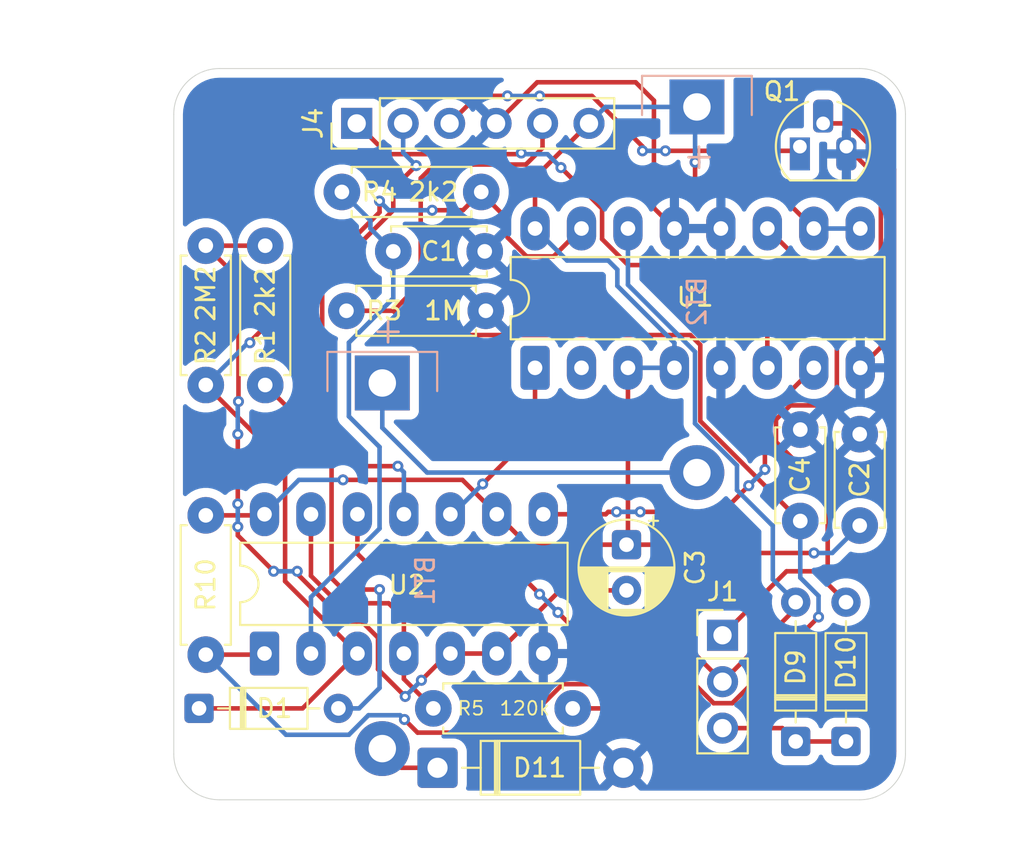
<source format=kicad_pcb>
(kicad_pcb (version 20241229) (generator "pcbnew") (generator_version "9.0")
  (layers (0 "F.Cu" signal) (2 "B.Cu" signal) (13 "F.Paste" user) (15 "B.Paste" user) (5 "F.SilkS" user "F.Silkscreen") (7 "B.SilkS" user "B.Silkscreen") (1 "F.Mask" user) (3 "B.Mask" user) (25 "Edge.Cuts" user))
  (net 0 "")
  (net 1 "Net-(BT1-+)")
  (net 2 "Net-(BT1--)")
  (net 3 "VCC")
  (net 4 "Net-(C1-Pad2)")
  (net 5 "SW_V1")
  (net 6 "Net-(C3-Pad2)")
  (net 7 "SW_V2")
  (net 8 "Net-(D1-K)")
  (net 9 "Net-(D1-A)")
  (net 10 "Net-(D10-K)")
  (net 11 "Net-(D9-A)")
  (net 12 "Net-(D10-A)")
  (net 13 "Net-(J4-Pin_1)")
  (net 14 "Net-(Q1-B)")
  (net 15 "Net-(R5-Pad1)")
  (net 17 "Net-(U1-Cout)")
  (net 18 "Net-(U1-PE)")
  (net 19 "Net-(J4-Pin_2)")
  (net 20 "Net-(J4-Pin_3)")
  (footprint "blinkyparts:R_Axial_DIN0207_L6.3mm_D2.5mm_P7.62mm_Horizontal_handsoldering" (layer "F.Cu") (at 109.19 81.75)
    (property "Reference" "R4" (at 2.06 0 0) (layer "F.SilkS"))
    (property "Value" "2k2" (at 5 0 0) (layer "F.SilkS"))
    (pad "1" thru_hole circle (at 0 0) (size 2 2) (drill 0.8) (layers "*.Cu" "*.Mask") (net 4 "Net-(C1-Pad2)"))
    (pad "2" thru_hole circle (at 7.62 0) (size 2 2) (drill 0.8) (layers "*.Cu" "*.Mask") (net 8 "Net-(D1-K)"))
  )
  (footprint "Package_TO_SOT_THT:TO-92_HandSolder" (layer "F.Cu") (at 134.23 79.27)
    (property "Reference" "Q1" (at -0.98 -3.02 0) (layer "F.SilkS"))
    (property "Value" "BC547")
    (pad "1" thru_hole rect (at 0 0) (size 1.1 1.8) (drill 0.75 (offset 0 0.4)) (layers "*.Cu" "*.Mask") (net 20 "Net-(J4-Pin_3)"))
    (pad "2" thru_hole roundrect (at 1.27 -1.27) (size 1.1 1.8) (drill 0.75 (offset 0 -0.4)) (layers "*.Cu" "*.Mask") (net 14 "Net-(Q1-B)"))
    (pad "3" thru_hole roundrect (at 2.54 0) (size 1.1 1.8) (drill 0.75 (offset 0 0.4)) (layers "*.Cu" "*.Mask") (net 5 "SW_V1"))
  )
  (footprint "Connector_PinHeader_2.54mm:PinHeader_1x06_P2.54mm_Vertical" (layer "F.Cu") (at 110 78 90)
    (property "Reference" "J4" (at 0 -2.38 90) (layer "F.SilkS"))
    (property "Value" "Conn_01x06")
    (pad "1" thru_hole rect (at 0 0 90) (size 1.7 1.7) (drill 1) (layers "*.Cu" "*.Mask") (net 13 "Net-(J4-Pin_1)"))
    (pad "2" thru_hole circle (at 0 2.54 90) (size 1.7 1.7) (drill 1) (layers "*.Cu" "*.Mask") (net 19 "Net-(J4-Pin_2)"))
    (pad "3" thru_hole circle (at 0 5.08 90) (size 1.7 1.7) (drill 1) (layers "*.Cu" "*.Mask") (net 20 "Net-(J4-Pin_3)"))
    (pad "4" thru_hole circle (at 0 7.62 90) (size 1.7 1.7) (drill 1) (layers "*.Cu" "*.Mask") (net 5 "SW_V1"))
    (pad "5" thru_hole circle (at 0 10.16 90) (size 1.7 1.7) (drill 1) (layers "*.Cu" "*.Mask") (net 7 "SW_V2"))
    (pad "6" thru_hole circle (at 0 12.7 90) (size 1.7 1.7) (drill 1) (layers "*.Cu" "*.Mask") (net 3 "VCC"))
  )
  (footprint "Connector_PinHeader_2.54mm:PinHeader_1x03_P2.54mm_Vertical" (layer "F.Cu") (at 130 106)
    (property "Reference" "J1" (at 0 -2.38 0) (layer "F.SilkS"))
    (property "Value" "Conn_01x03")
    (pad "1" thru_hole rect (at 0 0) (size 1.7 1.7) (drill 1) (layers "*.Cu" "*.Mask") (net 12 "Net-(D10-A)"))
    (pad "2" thru_hole circle (at 0 2.54) (size 1.7 1.7) (drill 1) (layers "*.Cu" "*.Mask") (net 11 "Net-(D9-A)"))
    (pad "3" thru_hole circle (at 0 5.08) (size 1.7 1.7) (drill 1) (layers "*.Cu" "*.Mask") (net 10 "Net-(D10-K)"))
  )
  (footprint "blinkyparts:C_Disc_D5.0mm_W2.5mm_P5.00mm_handsoldering" (layer "F.Cu") (at 117 85 180)
    (property "Reference" "C1" (at 2.5 0 0) (layer "F.SilkS"))
    (property "Value" "100nF")
    (pad "1" thru_hole circle (at 0 0 180) (size 2 2) (drill 0.8) (layers "*.Cu" "*.Mask") (net 5 "SW_V1"))
    (pad "2" thru_hole circle (at 5 0 180) (size 2 2) (drill 0.8) (layers "*.Cu" "*.Mask") (net 4 "Net-(C1-Pad2)"))
  )
  (footprint "Package_DIP:DIP-16_W7.62mm_LongPads" (layer "F.Cu") (at 119.75 91.37 90)
    (property "Reference" "U1" (at 3.87 8.75 180) (layer "F.SilkS"))
    (property "Value" "4029")
    (pad "1" thru_hole roundrect (at 0 0 90) (size 2.4 1.6) (drill 0.8) (layers "*.Cu" "*.Mask") (roundrect_rratio 0.15625) (net 18 "Net-(U1-PE)"))
    (pad "2" thru_hole oval (at 0 2.54 90) (size 2.4 1.6) (drill 0.8) (layers "*.Cu" "*.Mask"))
    (pad "3" thru_hole oval (at 0 5.08 90) (size 2.4 1.6) (drill 0.8) (layers "*.Cu" "*.Mask") (net 3 "VCC"))
    (pad "4" thru_hole oval (at 0 7.62 90) (size 2.4 1.6) (drill 0.8) (layers "*.Cu" "*.Mask") (net 3 "VCC"))
    (pad "5" thru_hole oval (at 0 10.16 90) (size 2.4 1.6) (drill 0.8) (layers "*.Cu" "*.Mask") (net 5 "SW_V1"))
    (pad "6" thru_hole oval (at 0 12.7 90) (size 2.4 1.6) (drill 0.8) (layers "*.Cu" "*.Mask") (net 13 "Net-(J4-Pin_1)"))
    (pad "7" thru_hole oval (at 0 15.24 90) (size 2.4 1.6) (drill 0.8) (layers "*.Cu" "*.Mask") (net 17 "Net-(U1-Cout)"))
    (pad "8" thru_hole oval (at 0 17.78 90) (size 2.4 1.6) (drill 0.8) (layers "*.Cu" "*.Mask") (net 5 "SW_V1"))
    (pad "9" thru_hole oval (at 7.62 17.78 90) (size 2.4 1.6) (drill 0.8) (layers "*.Cu" "*.Mask") (net 3 "VCC"))
    (pad "10" thru_hole oval (at 7.62 15.24 90) (size 2.4 1.6) (drill 0.8) (layers "*.Cu" "*.Mask") (net 3 "VCC"))
    (pad "11" thru_hole oval (at 7.62 12.7 90) (size 2.4 1.6) (drill 0.8) (layers "*.Cu" "*.Mask") (net 12 "Net-(D10-A)"))
    (pad "12" thru_hole oval (at 7.62 10.16 90) (size 2.4 1.6) (drill 0.8) (layers "*.Cu" "*.Mask") (net 5 "SW_V1"))
    (pad "13" thru_hole oval (at 7.62 7.62 90) (size 2.4 1.6) (drill 0.8) (layers "*.Cu" "*.Mask") (net 5 "SW_V1"))
    (pad "14" thru_hole oval (at 7.62 5.08 90) (size 2.4 1.6) (drill 0.8) (layers "*.Cu" "*.Mask") (net 11 "Net-(D9-A)"))
    (pad "15" thru_hole oval (at 7.62 2.54 90) (size 2.4 1.6) (drill 0.8) (layers "*.Cu" "*.Mask") (net 8 "Net-(D1-K)"))
    (pad "16" thru_hole oval (at 7.62 0 90) (size 2.4 1.6) (drill 0.8) (layers "*.Cu" "*.Mask") (net 3 "VCC"))
  )
  (footprint "Diode_THT:D_DO-41_SOD81_P10.16mm_Horizontal" (layer "F.Cu") (at 114.42 113.25)
    (property "Reference" "D11" (at 5.58 0 0) (layer "F.SilkS"))
    (property "Value" "1N4007")
    (pad "1" thru_hole roundrect (at 0 0) (size 2.2 2.2) (drill 1.1) (layers "*.Cu" "*.Mask") (roundrect_rratio 0.113636) (net 2 "Net-(BT1--)"))
    (pad "2" thru_hole circle (at 10.16 0) (size 2.2 2.2) (drill 1.1) (layers "*.Cu" "*.Mask") (net 5 "SW_V1"))
  )
  (footprint "Capacitor_THT:CP_Radial_D5.0mm_P2.50mm" (layer "F.Cu") (at 124.75 101.044887 -90)
    (property "Reference" "C3" (at 1.25 -3.75 90) (layer "F.SilkS"))
    (property "Value" "47uF")
    (pad "1" thru_hole roundrect (at 0 0 270) (size 1.6 1.6) (drill 0.8) (layers "*.Cu" "*.Mask") (roundrect_rratio 0.15625) (net 3 "VCC"))
    (pad "2" thru_hole circle (at 2.5 0 270) (size 1.6 1.6) (drill 0.8) (layers "*.Cu" "*.Mask") (net 6 "Net-(C3-Pad2)"))
  )
  (footprint "blinkyparts:R_Axial_DIN0207_L6.3mm_D2.5mm_P7.62mm_Horizontal_handsoldering" (layer "F.Cu") (at 101.75 92.31 90)
    (property "Reference" "R2" (at 2.06 0 90) (layer "F.SilkS"))
    (property "Value" "2M2" (at 5 0 90) (layer "F.SilkS"))
    (pad "1" thru_hole circle (at 0 0 90) (size 2 2) (drill 0.8) (layers "*.Cu" "*.Mask") (net 8 "Net-(D1-K)"))
    (pad "2" thru_hole circle (at 7.62 0 90) (size 2 2) (drill 0.8) (layers "*.Cu" "*.Mask") (net 6 "Net-(C3-Pad2)"))
  )
  (footprint "blinkyparts:R_Axial_DIN0207_L6.3mm_D2.5mm_P7.62mm_Horizontal_handsoldering" (layer "F.Cu") (at 117.06 88.25 180)
    (property "Reference" "R3" (at 5.56 0 0) (layer "F.SilkS"))
    (property "Value" "1M" (at 2.31 0 0) (layer "F.SilkS"))
    (pad "1" thru_hole circle (at 0 0 180) (size 2 2) (drill 0.8) (layers "*.Cu" "*.Mask") (net 5 "SW_V1"))
    (pad "2" thru_hole circle (at 7.62 0 180) (size 2 2) (drill 0.8) (layers "*.Cu" "*.Mask") (net 7 "SW_V2"))
  )
  (footprint "blinkyparts:R_Axial_DIN0207_L6.3mm_D2.5mm_P7.62mm_Horizontal_handsoldering" (layer "F.Cu") (at 105 92.31 90)
    (property "Reference" "R1" (at 2.06 0 90) (layer "F.SilkS"))
    (property "Value" "2k2" (at 5.06 0 90) (layer "F.SilkS"))
    (pad "1" thru_hole circle (at 0 0 90) (size 2 2) (drill 0.8) (layers "*.Cu" "*.Mask") (net 9 "Net-(D1-A)"))
    (pad "2" thru_hole circle (at 7.62 0 90) (size 2 2) (drill 0.8) (layers "*.Cu" "*.Mask") (net 6 "Net-(C3-Pad2)"))
  )
  (footprint "Diode_THT:D_DO-35_SOD27_P7.62mm_Horizontal" (layer "F.Cu") (at 101.38 110)
    (property "Reference" "D1" (at 4.12 0 0) (layer "F.SilkS"))
    (property "Value" "BAW76")
    (pad "1" thru_hole roundrect (at 0 0) (size 1.6 1.6) (drill 0.8) (layers "*.Cu" "*.Mask") (roundrect_rratio 0.15625) (net 8 "Net-(D1-K)"))
    (pad "2" thru_hole circle (at 7.62 0) (size 1.6 1.6) (drill 0.8) (layers "*.Cu" "*.Mask") (net 9 "Net-(D1-A)"))
  )
  (footprint "Diode_THT:D_DO-35_SOD27_P7.62mm_Horizontal" (layer "F.Cu") (at 134 111.81 90)
    (property "Reference" "D9" (at 4.06 0 90) (layer "F.SilkS"))
    (property "Value" "BAW76")
    (pad "1" thru_hole roundrect (at 0 0 90) (size 1.6 1.6) (drill 0.8) (layers "*.Cu" "*.Mask") (roundrect_rratio 0.15625) (net 10 "Net-(D10-K)"))
    (pad "2" thru_hole circle (at 7.62 0 90) (size 1.6 1.6) (drill 0.8) (layers "*.Cu" "*.Mask") (net 11 "Net-(D9-A)"))
  )
  (footprint "blinkyparts:C_Disc_D5.0mm_W2.5mm_P5.00mm_handsoldering" (layer "F.Cu") (at 137.5 95 -90)
    (property "Reference" "C2" (at 2.5 0 90) (layer "F.SilkS"))
    (property "Value" "100nF")
    (pad "1" thru_hole circle (at 0 0 270) (size 2 2) (drill 0.8) (layers "*.Cu" "*.Mask") (net 5 "SW_V1"))
    (pad "2" thru_hole circle (at 5 0 270) (size 2 2) (drill 0.8) (layers "*.Cu" "*.Mask") (net 3 "VCC"))
  )
  (footprint "Diode_THT:D_DO-35_SOD27_P7.62mm_Horizontal" (layer "F.Cu") (at 136.75 111.81 90)
    (property "Reference" "D10" (at 4.31 0 90) (layer "F.SilkS"))
    (property "Value" "BAW76")
    (pad "1" thru_hole roundrect (at 0 0 90) (size 1.6 1.6) (drill 0.8) (layers "*.Cu" "*.Mask") (roundrect_rratio 0.15625) (net 10 "Net-(D10-K)"))
    (pad "2" thru_hole circle (at 7.62 0 90) (size 1.6 1.6) (drill 0.8) (layers "*.Cu" "*.Mask") (net 12 "Net-(D10-A)"))
  )
  (footprint "blinkyparts:C_Disc_D5.0mm_W2.5mm_P5.00mm_handsoldering" (layer "F.Cu") (at 134.25 94.75 -90)
    (property "Reference" "C4" (at 2.5 0 90) (layer "F.SilkS"))
    (property "Value" "C")
    (pad "1" thru_hole circle (at 0 0 270) (size 2 2) (drill 0.8) (layers "*.Cu" "*.Mask") (net 5 "SW_V1"))
    (pad "2" thru_hole circle (at 5 0 270) (size 2 2) (drill 0.8) (layers "*.Cu" "*.Mask") (net 7 "SW_V2"))
  )
  (footprint "blinkyparts:R_Axial_DIN0207_L6.3mm_D2.5mm_P7.62mm_Horizontal_handsoldering" (layer "F.Cu") (at 114.19 110)
    (property "Reference" "R5" (at 2.06 0 0) (layer "F.SilkS") (effects (font (size 0.75 0.75) (thickness 0.1))))
    (property "Value" "120k" (at 5 0 0) (layer "F.SilkS") (effects (font (size 0.75 0.75) (thickness 0.1))))
    (pad "1" thru_hole circle (at 0 0) (size 2 2) (drill 0.8) (layers "*.Cu" "*.Mask") (net 15 "Net-(R5-Pad1)"))
    (pad "2" thru_hole circle (at 7.62 0) (size 2 2) (drill 0.8) (layers "*.Cu" "*.Mask") (net 14 "Net-(Q1-B)"))
  )
  (footprint "Package_DIP:DIP-14_W7.62mm_LongPads" (layer "F.Cu") (at 104.96 107 90)
    (property "Reference" "U2" (at 3.75 7.79 180) (layer "F.SilkS"))
    (property "Value" "4093")
    (pad "1" thru_hole roundrect (at 0 0 90) (size 2.4 1.6) (drill 0.8) (layers "*.Cu" "*.Mask") (roundrect_rratio 0.15625) (net 7 "SW_V2"))
    (pad "2" thru_hole oval (at 0 2.54 90) (size 2.4 1.6) (drill 0.8) (layers "*.Cu" "*.Mask") (net 4 "Net-(C1-Pad2)"))
    (pad "3" thru_hole oval (at 0 5.08 90) (size 2.4 1.6) (drill 0.8) (layers "*.Cu" "*.Mask") (net 8 "Net-(D1-K)"))
    (pad "4" thru_hole oval (at 0 7.62 90) (size 2.4 1.6) (drill 0.8) (layers "*.Cu" "*.Mask") (net 15 "Net-(R5-Pad1)"))
    (pad "5" thru_hole oval (at 0 10.16 90) (size 2.4 1.6) (drill 0.8) (layers "*.Cu" "*.Mask") (net 6 "Net-(C3-Pad2)"))
    (pad "6" thru_hole oval (at 0 12.7 90) (size 2.4 1.6) (drill 0.8) (layers "*.Cu" "*.Mask") (net 6 "Net-(C3-Pad2)"))
    (pad "7" thru_hole oval (at 0 15.24 90) (size 2.4 1.6) (drill 0.8) (layers "*.Cu" "*.Mask") (net 5 "SW_V1"))
    (pad "8" thru_hole oval (at 7.62 15.24 90) (size 2.4 1.6) (drill 0.8) (layers "*.Cu" "*.Mask") (net 17 "Net-(U1-Cout)"))
    (pad "9" thru_hole oval (at 7.62 12.7 90) (size 2.4 1.6) (drill 0.8) (layers "*.Cu" "*.Mask") (net 3 "VCC"))
    (pad "10" thru_hole oval (at 7.62 10.16 90) (size 2.4 1.6) (drill 0.8) (layers "*.Cu" "*.Mask") (net 18 "Net-(U1-PE)"))
    (pad "11" thru_hole oval (at 7.62 7.62 90) (size 2.4 1.6) (drill 0.8) (layers "*.Cu" "*.Mask") (net 19 "Net-(J4-Pin_2)"))
    (pad "12" thru_hole oval (at 7.62 5.08 90) (size 2.4 1.6) (drill 0.8) (layers "*.Cu" "*.Mask") (net 11 "Net-(D9-A)"))
    (pad "13" thru_hole oval (at 7.62 2.54 90) (size 2.4 1.6) (drill 0.8) (layers "*.Cu" "*.Mask") (net 15 "Net-(R5-Pad1)"))
    (pad "14" thru_hole oval (at 7.62 0 90) (size 2.4 1.6) (drill 0.8) (layers "*.Cu" "*.Mask") (net 3 "VCC"))
  )
  (footprint "blinkyparts:R_Axial_DIN0207_L6.3mm_D2.5mm_P7.62mm_Horizontal_handsoldering" (layer "F.Cu") (at 101.75 107.06 90)
    (property "Reference" "R10" (at 3.82 0 90) (layer "F.SilkS"))
    (property "Value" "R")
    (pad "1" thru_hole circle (at 0 0 90) (size 2 2) (drill 0.8) (layers "*.Cu" "*.Mask") (net 7 "SW_V2"))
    (pad "2" thru_hole circle (at 7.62 0 90) (size 2 2) (drill 0.8) (layers "*.Cu" "*.Mask") (net 3 "VCC"))
  )
  (footprint "blinkyparts:legislation_ce-icon_3mm_F.Mask" (layer "B.Cu") (at 131.75 100 180)
    (property "Reference" "ce-symbol_mask_3mm" (hide yes))
    (property "Value" "G***" (hide yes))
  )
  (footprint "blinkyparts:logo_blinkyparts_5mm_F.Mask" (layer "B.Cu") (at 106.5 76.75 180)
    (property "Reference" "blinkyparts_logo_5mm" (hide yes))
    (property "Value" "G***" (hide yes))
  )
  (footprint "blinkyparts:BatteryHolder_CR2032_schwarz" (layer "B.Cu") (at 128.6 77.1 -90)
    (property "Reference" "BT2" (at 10.650481 0 90) (layer "B.SilkS") (effects (justify mirror)))
    (property "Value" "Battery_Cell")
    (fp_text user "+" (at 2.749998 -0.000001 90) (layer "B.SilkS") (effects (font (size 1.5 1.5)) (justify mirror)))
    (pad "1" thru_hole rect (at 0 0 270) (size 3 3) (drill 1.5) (layers "*.Cu" "*.Mask") (net 3 "VCC"))
    (pad "2" thru_hole circle (at 20.000001 0.000001 270) (size 3 3) (drill 1.5) (layers "*.Cu" "*.Mask") (net 1 "Net-(BT1-+)"))
  )
  (footprint "blinkyparts:BatteryHolder_CR2032_schwarz" (layer "B.Cu") (at 111.4 92.2 -90)
    (property "Reference" "BT1" (at 10.8 -2.35 90) (layer "B.SilkS") (effects (justify mirror)))
    (property "Value" "Battery_Cell")
    (fp_text user "+" (at -2.8 -0.2 90) (layer "B.SilkS") (effects (font (size 1.5 1.5)) (justify mirror)))
    (pad "1" thru_hole rect (at 0 0 270) (size 3 3) (drill 1.5) (layers "*.Cu" "*.Mask") (net 1 "Net-(BT1-+)"))
    (pad "2" thru_hole circle (at 20 0 270) (size 3 3) (drill 1.5) (layers "*.Cu" "*.Mask") (net 2 "Net-(BT1--)"))
  )
  (footprint "blinkyparts:legislation_weee-icon_3mm_F.Mask" (layer "B.Cu") (at 133.875 86.571338 -90)
    (property "Reference" "weee-symbol_mask_3mm" (hide yes))
    (property "Value" "G***" (hide yes))
  )
  (gr_line (start 137.5 115) (end 102.5 115) (stroke (width 0.05)) (layer "Edge.Cuts"))
  (gr_arc (start 140 112.5) (mid 139.267767 114.267767) (end 137.5 115) (stroke (width 0.05)) (layer "Edge.Cuts"))
  (gr_arc (start 100 77.5) (mid 100.732233 75.732233) (end 102.5 75) (stroke (width 0.05)) (layer "Edge.Cuts"))
  (gr_line (start 137.5 75) (end 102.5 75) (stroke (width 0.05)) (layer "Edge.Cuts"))
  (gr_line (start 140 77.5) (end 140 112.5) (stroke (width 0.05)) (layer "Edge.Cuts"))
  (gr_arc (start 102.5 115) (mid 100.732233 114.267767) (end 100 112.5) (stroke (width 0.05)) (layer "Edge.Cuts"))
  (gr_arc (start 137.5 75) (mid 139.267767 75.732233) (end 140 77.5) (stroke (width 0.05)) (layer "Edge.Cuts"))
  (gr_line (start 100 77.5) (end 100 112.5) (stroke (width 0.05)) (layer "Edge.Cuts"))
  (segment (start 113.850001 97.100001) (end 111.4 94.65) (width 0.25) (layer "B.Cu") (net 1))
  (segment (start 111.4 94.65) (end 111.4 92.2) (width 0.25) (layer "B.Cu") (net 1))
  (segment (start 128.599999 97.100001) (end 113.850001 97.100001) (width 0.25) (layer "B.Cu") (net 1))
  (segment (start 112.45 113.25) (end 114.42 113.25) (width 0.25) (layer "F.Cu") (net 2))
  (segment (start 111.4 112.2) (end 112.45 113.25) (width 0.25) (layer "F.Cu") (net 2))
  (segment (start 122.7 78) (end 119.75 80.95) (width 0.25) (layer "F.Cu") (net 3))
  (segment (start 117.66 99.38) (end 115.78 97.5) (width 0.25) (layer "F.Cu") (net 3))
  (segment (start 101.75 99.44) (end 104.9 99.44) (width 0.25) (layer "F.Cu") (net 3))
  (segment (start 132.99 81.75) (end 129.25 81.75) (width 0.25) (layer "F.Cu") (net 3))
  (segment (start 128.5 81) (end 128.5 80.125) (width 0.25) (layer "F.Cu") (net 3))
  (segment (start 124.75 101.044887) (end 119.324887 101.044887) (width 0.25) (layer "F.Cu") (net 3))
  (segment (start 135 101.5) (end 127.75 101.5) (width 0.25) (layer "F.Cu") (net 3))
  (segment (start 115.78 97.5) (end 109.251 97.5) (width 0.25) (layer "F.Cu") (net 3))
  (segment (start 119.324887 101.044887) (end 117.66 99.38) (width 0.25) (layer "F.Cu") (net 3))
  (segment (start 124.75 101) (end 124.83 100.92) (width 0.25) (layer "F.Cu") (net 3))
  (segment (start 127.75 101.5) (end 127.25 101) (width 0.25) (layer "F.Cu") (net 3))
  (segment (start 127.25 101) (end 127.205113 101.044887) (width 0.25) (layer "F.Cu") (net 3))
  (segment (start 129.25 81.75) (end 128.5 81) (width 0.25) (layer "F.Cu") (net 3))
  (segment (start 119.75 80.95) (end 119.75 83.75) (width 0.25) (layer "F.Cu") (net 3))
  (segment (start 127.205113 101.044887) (end 124.75 101.044887) (width 0.25) (layer "F.Cu") (net 3))
  (segment (start 124.75 101.044887) (end 124.75 101) (width 0.25) (layer "F.Cu") (net 3))
  (segment (start 104.9 99.44) (end 104.96 99.38) (width 0.25) (layer "F.Cu") (net 3))
  (segment (start 124.83 100.92) (end 124.83 91.37) (width 0.25) (layer "F.Cu") (net 3))
  (segment (start 134.99 83.75) (end 132.99 81.75) (width 0.25) (layer "F.Cu") (net 3))
  (via (at 135 101.5) (size 0.6) (drill 0.3) (layers "F.Cu" "B.Cu") (net 3))
  (via (at 109.251 97.5) (size 0.6) (drill 0.3) (layers "F.Cu" "B.Cu") (net 3))
  (via (at 128.5 80.125) (size 0.6) (drill 0.3) (layers "F.Cu" "B.Cu") (net 3))
  (segment (start 135 101.5) (end 136 101.5) (width 0.25) (layer "B.Cu") (net 3))
  (segment (start 124.25 86) (end 124.25 86.88781) (width 0.25) (layer "B.Cu") (net 3))
  (segment (start 109.251 97.5) (end 106.84 97.5) (width 0.25) (layer "B.Cu") (net 3))
  (segment (start 134.99 83.75) (end 137.53 83.75) (width 0.25) (layer "B.Cu") (net 3))
  (segment (start 124.83 91.37) (end 127.37 91.37) (width 0.25) (layer "B.Cu") (net 3))
  (segment (start 136 101.5) (end 137.5 100) (width 0.25) (layer "B.Cu") (net 3))
  (segment (start 121.5 85.5) (end 123.75 85.5) (width 0.25) (layer "B.Cu") (net 3))
  (segment (start 128.5 77.2) (end 128.6 77.1) (width 0.25) (layer "B.Cu") (net 3))
  (segment (start 106.84 97.5) (end 104.96 99.38) (width 0.25) (layer "B.Cu") (net 3))
  (segment (start 123.75 85.5) (end 124.25 86) (width 0.25) (layer "B.Cu") (net 3))
  (segment (start 119.75 83.75) (end 121.5 85.5) (width 0.25) (layer "B.Cu") (net 3))
  (segment (start 128.5 80.125) (end 128.5 77.2) (width 0.25) (layer "B.Cu") (net 3))
  (segment (start 127.37 90.00781) (end 127.37 91.37) (width 0.25) (layer "B.Cu") (net 3))
  (segment (start 128.6 77.1) (end 123.6 77.1) (width 0.25) (layer "B.Cu") (net 3))
  (segment (start 124.25 86.88781) (end 127.37 90.00781) (width 0.25) (layer "B.Cu") (net 3))
  (segment (start 123.6 77.1) (end 122.7 78) (width 0.25) (layer "B.Cu") (net 3))
  (segment (start 134.99 83.49) (end 134.99 83.75) (width 0.25) (layer "B.Cu") (net 3))
  (segment (start 112 84.56) (end 112 85) (width 0.25) (layer "F.Cu") (net 4))
  (segment (start 112 87.565248) (end 112 85) (width 0.25) (layer "B.Cu") (net 4))
  (segment (start 107.5 107) (end 107.5 103.912404) (width 0.25) (layer "B.Cu") (net 4))
  (segment (start 110.75 83.31) (end 110.75 83.75) (width 0.25) (layer "B.Cu") (net 4))
  (segment (start 112 85) (end 110.75 83.75) (width 0.25) (layer "B.Cu") (net 4))
  (segment (start 109.19 81.75) (end 110.75 83.31) (width 0.25) (layer "B.Cu") (net 4))
  (segment (start 111.25 100.162404) (end 111.25 95.702) (width 0.25) (layer "B.Cu") (net 4))
  (segment (start 111.25 95.702) (end 109.574 94.026) (width 0.25) (layer "B.Cu") (net 4))
  (segment (start 109.574 94.026) (end 109.574 89.991248) (width 0.25) (layer "B.Cu") (net 4))
  (segment (start 109.574 89.991248) (end 112 87.565248) (width 0.25) (layer "B.Cu") (net 4))
  (segment (start 107.5 103.912404) (end 111.25 100.162404) (width 0.25) (layer "B.Cu") (net 4))
  (segment (start 125.25 75.75) (end 126.25 76.75) (width 0.25) (layer "F.Cu") (net 5))
  (segment (start 138.656 90.244) (end 137.53 91.37) (width 0.25) (layer "F.Cu") (net 5))
  (segment (start 136.77 79.27) (end 138.656 81.156) (width 0.25) (layer "F.Cu") (net 5))
  (segment (start 134.25 94.75) (end 134.375248 94.75) (width 0.25) (layer "F.Cu") (net 5))
  (segment (start 127.37 83.75) (end 129.91 83.75) (width 0.25) (layer "F.Cu") (net 5))
  (segment (start 119.87 75.75) (end 125.25 75.75) (width 0.25) (layer "F.Cu") (net 5))
  (segment (start 126.25 76.75) (end 126.25 82.63) (width 0.25) (layer "F.Cu") (net 5))
  (segment (start 117 88.19) (end 117.06 88.25) (width 0.25) (layer "F.Cu") (net 5))
  (segment (start 137.53 94.72) (end 137.5 94.75) (width 0.25) (layer "F.Cu") (net 5))
  (segment (start 117.62 78) (end 119.87 75.75) (width 0.25) (layer "F.Cu") (net 5))
  (segment (start 138.656 81.156) (end 138.656 90.244) (width 0.25) (layer "F.Cu") (net 5))
  (segment (start 126.25 82.63) (end 127.37 83.75) (width 0.25) (layer "F.Cu") (net 5))
  (segment (start 112.653058 109.346942) (end 111.166 107.859884) (width 0.25) (layer "F.Cu") (net 6))
  (segment (start 110.282404 105.25) (end 110 105.25) (width 0.25) (layer "F.Cu") (net 6))
  (segment (start 117.66 107) (end 115.12 107) (width 0.25) (layer "F.Cu") (net 6))
  (segment (start 115.12 107) (end 115 107) (width 0.25) (layer "F.Cu") (net 6))
  (segment (start 103.5 100.539) (end 103.5 100.065) (width 0.25) (layer "F.Cu") (net 6))
  (segment (start 121.115113 103.544887) (end 124.75 103.544887) (width 0.25) (layer "F.Cu") (net 6))
  (segment (start 117.66 107) (end 121.115113 103.544887) (width 0.25) (layer "F.Cu") (net 6))
  (segment (start 106.75 102.63781) (end 106.75 102.5) (width 0.25) (layer "F.Cu") (net 6))
  (segment (start 105.461 102.5) (end 103.5 100.539) (width 0.25) (layer "F.Cu") (net 6))
  (segment (start 109.36219 105.25) (end 106.75 102.63781) (width 0.25) (layer "F.Cu") (net 6))
  (segment (start 103.536942 93.213058) (end 103.536942 86.476942) (width 0.25) (layer "F.Cu") (net 6))
  (segment (start 111.166 106.133596) (end 110.282404 105.25) (width 0.25) (layer "F.Cu") (net 6))
  (segment (start 115 107) (end 113.536942 108.463058) (width 0.25) (layer "F.Cu") (net 6))
  (segment (start 103.536942 86.476942) (end 101.75 84.69) (width 0.25) (layer "F.Cu") (net 6))
  (segment (start 101.75 84.69) (end 105 84.69) (width 0.25) (layer "F.Cu") (net 6))
  (segment (start 111.166 107.859884) (end 111.166 106.133596) (width 0.25) (layer "F.Cu") (net 6))
  (segment (start 110 105.25) (end 109.36219 105.25) (width 0.25) (layer "F.Cu") (net 6))
  (segment (start 103.5 98.815) (end 103.5 95) (width 0.25) (layer "F.Cu") (net 6))
  (via (at 103.5 95) (size 0.6) (drill 0.3) (layers "F.Cu" "B.Cu") (net 6))
  (via (at 103.5 100.065) (size 0.6) (drill 0.3) (layers "F.Cu" "B.Cu") (net 6))
  (via (at 113.536942 108.463058) (size 0.6) (drill 0.3) (layers "F.Cu" "B.Cu") (net 6))
  (via (at 103.536942 93.213058) (size 0.6) (drill 0.3) (layers "F.Cu" "B.Cu") (net 6))
  (via (at 103.5 98.815) (size 0.6) (drill 0.3) (layers "F.Cu" "B.Cu") (net 6))
  (via (at 106.75 102.5) (size 0.6) (drill 0.3) (layers "F.Cu" "B.Cu") (net 6))
  (via (at 105.461 102.5) (size 0.6) (drill 0.3) (layers "F.Cu" "B.Cu") (net 6))
  (via (at 112.653058 109.346942) (size 0.6) (drill 0.3) (layers "F.Cu" "B.Cu") (net 6))
  (segment (start 103.5 100.065) (end 103.5 98.815) (width 0.25) (layer "B.Cu") (net 6))
  (segment (start 113.536942 108.463058) (end 112.653058 109.346942) (width 0.25) (layer "B.Cu") (net 6))
  (segment (start 106.75 102.5) (end 105.461 102.5) (width 0.25) (layer "B.Cu") (net 6))
  (segment (start 103.5 95) (end 103.5 93.25) (width 0.25) (layer "B.Cu") (net 6))
  (segment (start 103.5 93.25) (end 103.536942 93.213058) (width 0.25) (layer "B.Cu") (net 6))
  (segment (start 112.608774 110.606615) (end 113.328159 111.326) (width 0.25) (layer "F.Cu") (net 7))
  (segment (start 114.25 80.25) (end 119.25 80.25) (width 0.25) (layer "F.Cu") (net 7))
  (segment (start 104.9 107.06) (end 104.96 107) (width 0.25) (layer "F.Cu") (net 7))
  (segment (start 121.260752 108.674) (end 128.470884 108.674) (width 0.25) (layer "F.Cu") (net 7))
  (segment (start 118.608752 111.326) (end 121.260752 108.674) (width 0.25) (layer "F.Cu") (net 7))
  (segment (start 113.326 89.576) (end 112 88.25) (width 0.25) (layer "F.Cu") (net 7))
  (segment (start 120.16 79.34) (end 120.16 78) (width 0.25) (layer "F.Cu") (net 7))
  (segment (start 130.534 109.716) (end 135.25 105) (width 0.25) (layer "F.Cu") (net 7))
  (segment (start 128.784 94.284) (end 128.784 90.118) (width 0.25) (layer "F.Cu") (net 7))
  (segment (start 112 88.25) (end 113.5 86.75) (width 0.25) (layer "F.Cu") (net 7))
  (segment (start 128.784 90.118) (end 128.242 89.576) (width 0.25) (layer "F.Cu") (net 7))
  (segment (start 128.470884 108.674) (end 129.512884 109.716) (width 0.25) (layer "F.Cu") (net 7))
  (segment (start 109.44 88.25) (end 112 88.25) (width 0.25) (layer "F.Cu") (net 7))
  (segment (start 128.242 89.576) (end 113.326 89.576) (width 0.25) (layer "F.Cu") (net 7))
  (segment (start 113.5 81) (end 114.25 80.25) (width 0.25) (layer "F.Cu") (net 7))
  (segment (start 113.5 86.75) (end 113.5 81) (width 0.25) (layer "F.Cu") (net 7))
  (segment (start 101.75 107.06) (end 104.9 107.06) (width 0.25) (layer "F.Cu") (net 7))
  (segment (start 129.512884 109.716) (end 130.534 109.716) (width 0.25) (layer "F.Cu") (net 7))
  (segment (start 134.25 99.75) (end 128.784 94.284) (width 0.25) (layer "F.Cu") (net 7))
  (segment (start 119.25 80.25) (end 120.16 79.34) (width 0.25) (layer "F.Cu") (net 7))
  (segment (start 113.328159 111.326) (end 118.608752 111.326) (width 0.25) (layer "F.Cu") (net 7))
  (via (at 112.608774 110.606615) (size 0.6) (drill 0.3) (layers "F.Cu" "B.Cu") (net 7))
  (via (at 135.25 105) (size 0.6) (drill 0.3) (layers "F.Cu" "B.Cu") (net 7))
  (segment (start 134.25 102.847595) (end 134.25 99.75) (width 0.25) (layer "B.Cu") (net 7))
  (segment (start 106.133646 111.443646) (end 109.574 111.443646) (width 0.25) (layer "B.Cu") (net 7))
  (segment (start 135.25 103.847595) (end 134.25 102.847595) (width 0.25) (layer "B.Cu") (net 7))
  (segment (start 110.643646 110.374) (end 112.376159 110.374) (width 0.25) (layer "B.Cu") (net 7))
  (segment (start 101.75 107.06) (end 106.133646 111.443646) (width 0.25) (layer "B.Cu") (net 7))
  (segment (start 109.574 111.443646) (end 110.643646 110.374) (width 0.25) (layer "B.Cu") (net 7))
  (segment (start 112.376159 110.374) (end 112.608774 110.606615) (width 0.25) (layer "B.Cu") (net 7))
  (segment (start 135.25 105) (end 135.25 103.847595) (width 0.25) (layer "B.Cu") (net 7))
  (segment (start 115.81 82.75) (end 116.81 81.75) (width 0.25) (layer "F.Cu") (net 8))
  (segment (start 111.25 82.86219) (end 111.25 82.25) (width 0.25) (layer "F.Cu") (net 8))
  (segment (start 101.38 110) (end 107.04 110) (width 0.25) (layer "F.Cu") (net 8))
  (segment (start 120.764 85.276) (end 122.29 83.75) (width 0.25) (layer "F.Cu") (net 8))
  (segment (start 118.25 84.242404) (end 118.25 83.25) (width 0.25) (layer "F.Cu") (net 8))
  (segment (start 119.283596 85.276) (end 120.764 85.276) (width 0.25) (layer "F.Cu") (net 8))
  (segment (start 106.086 103.046) (end 110.04 107) (width 0.25) (layer "F.Cu") (net 8))
  (segment (start 101.75 92.31) (end 106.086 96.646) (width 0.25) (layer "F.Cu") (net 8))
  (segment (start 107.04 110) (end 110.04 107) (width 0.25) (layer "F.Cu") (net 8))
  (segment (start 116.81 81.75) (end 116.81 81.81) (width 0.25) (layer "F.Cu") (net 8))
  (segment (start 104.161942 89.950248) (end 111.25 82.86219) (width 0.25) (layer "F.Cu") (net 8))
  (segment (start 114.125 82.75) (end 115.81 82.75) (width 0.25) (layer "F.Cu") (net 8))
  (segment (start 106.086 96.646) (end 106.086 103.046) (width 0.25) (layer "F.Cu") (net 8))
  (segment (start 104.161942 90) (end 104.161942 89.950248) (width 0.25) (layer "F.Cu") (net 8))
  (segment (start 119.283596 85.276) (end 118.25 84.242404) (width 0.25) (layer "F.Cu") (net 8))
  (segment (start 116.81 81.81) (end 118.25 83.25) (width 0.25) (layer "F.Cu") (net 8))
  (via (at 111.25 82.25) (size 0.6) (drill 0.3) (layers "F.Cu" "B.Cu") (net 8))
  (via (at 114.125 82.75) (size 0.6) (drill 0.3) (layers "F.Cu" "B.Cu") (net 8))
  (via (at 104.161942 90) (size 0.6) (drill 0.3) (layers "F.Cu" "B.Cu") (net 8))
  (segment (start 111.75 82.75) (end 111.25 82.25) (width 0.25) (layer "B.Cu") (net 8))
  (segment (start 104.06 90) (end 104.161942 90) (width 0.25) (layer "B.Cu") (net 8))
  (segment (start 103.155 90.905) (end 104.06 90) (width 0.25) (layer "B.Cu") (net 8))
  (segment (start 103.155 90.905) (end 101.75 92.31) (width 0.25) (layer "B.Cu") (net 8))
  (segment (start 114.125 82.75) (end 111.75 82.75) (width 0.25) (layer "B.Cu") (net 8))
  (segment (start 105 92.31) (end 108.626 95.936) (width 0.25) (layer "F.Cu") (net 9))
  (segment (start 108.626 102.876) (end 109.25 103.5) (width 0.25) (layer "F.Cu") (net 9))
  (segment (start 108.626 95.936) (end 108.626 102.876) (width 0.25) (layer "F.Cu") (net 9))
  (segment (start 109.25 103.5) (end 111.25 103.5) (width 0.25) (layer "F.Cu") (net 9))
  (via (at 111.25 103.5) (size 0.6) (drill 0.3) (layers "F.Cu" "B.Cu") (net 9))
  (segment (start 111.25 108.88137) (end 110.13137 110) (width 0.25) (layer "B.Cu") (net 9))
  (segment (start 111.25 103.5) (end 111.25 108.88137) (width 0.25) (layer "B.Cu") (net 9))
  (segment (start 110.13137 110) (end 109 110) (width 0.25) (layer "B.Cu") (net 9))
  (segment (start 134 111.81) (end 136.75 111.81) (width 0.25) (layer "F.Cu") (net 10))
  (segment (start 133.27 111.08) (end 134 111.81) (width 0.25) (layer "F.Cu") (net 10))
  (segment (start 130 111.08) (end 133.27 111.08) (width 0.25) (layer "F.Cu") (net 10))
  (segment (start 123.75 106.25) (end 122.5 106.25) (width 0.25) (layer "F.Cu") (net 11))
  (segment (start 130 108.54) (end 134 104.54) (width 0.25) (layer "F.Cu") (net 11))
  (segment (start 110.04 101.54) (end 110.04 99.38) (width 0.25) (layer "F.Cu") (net 11))
  (segment (start 111 102.5) (end 110.04 101.54) (width 0.25) (layer "F.Cu") (net 11))
  (segment (start 120 103.75) (end 118.75 102.5) (width 0.25) (layer "F.Cu") (net 11))
  (segment (start 127.71 106.25) (end 123.75 106.25) (width 0.25) (layer "F.Cu") (net 11))
  (segment (start 130 108.54) (end 127.71 106.25) (width 0.25) (layer "F.Cu") (net 11))
  (segment (start 122.5 106.25) (end 121 104.75) (width 0.25) (layer "F.Cu") (net 11))
  (segment (start 118.75 102.5) (end 111 102.5) (width 0.25) (layer "F.Cu") (net 11))
  (segment (start 134 104.54) (end 134 104.19) (width 0.25) (layer "F.Cu") (net 11))
  (via (at 121 104.75) (size 0.6) (drill 0.3) (layers "F.Cu" "B.Cu") (net 11))
  (via (at 120 103.75) (size 0.6) (drill 0.3) (layers "F.Cu" "B.Cu") (net 11))
  (segment (start 132.75 102.94) (end 134 104.19) (width 0.25) (layer "B.Cu") (net 11))
  (segment (start 132.730818 100) (end 132.75 100) (width 0.25) (layer "B.Cu") (net 11))
  (segment (start 124.83 83.75) (end 124.83 86.83) (width 0.25) (layer "B.Cu") (net 11))
  (segment (start 132.75 100) (end 132.75 102.94) (width 0.25) (layer "B.Cu") (net 11))
  (segment (start 124.83 86.83) (end 128.496 90.496) (width 0.25) (layer "B.Cu") (net 11))
  (segment (start 128.496 90.496) (end 128.496 94.413648) (width 0.25) (layer "B.Cu") (net 11))
  (segment (start 121 104.75) (end 120 103.75) (width 0.25) (layer "B.Cu") (net 11))
  (segment (start 130.791176 96.708824) (end 130.791176 98.060358) (width 0.25) (layer "B.Cu") (net 11))
  (segment (start 130.791176 98.060358) (end 132.730818 100) (width 0.25) (layer "B.Cu") (net 11))
  (segment (start 128.496 94.413648) (end 130.791176 96.708824) (width 0.25) (layer "B.Cu") (net 11))
  (segment (start 135.25 96.75) (end 135.75 97.25) (width 0.25) (layer "F.Cu") (net 12))
  (segment (start 132.45 83.75) (end 136.25 87.55) (width 0.25) (layer "F.Cu") (net 12))
  (segment (start 130 106) (end 133.5 102.5) (width 0.25) (layer "F.Cu") (net 12))
  (segment (start 132.924 94.200752) (end 132.924 95.424) (width 0.25) (layer "F.Cu") (net 12))
  (segment (start 136.25 87.55) (end 136.25 92.5) (width 0.25) (layer "F.Cu") (net 12))
  (segment (start 135.326 93.424) (end 133.700752 93.424) (width 0.25) (layer "F.Cu") (net 12))
  (segment (start 135.75 102.5) (end 135.75 103.19) (width 0.25) (layer "F.Cu") (net 12))
  (segment (start 135.75 103.19) (end 136.75 104.19) (width 0.25) (layer "F.Cu") (net 12))
  (segment (start 135.75 97.25) (end 135.75 102.5) (width 0.25) (layer "F.Cu") (net 12))
  (segment (start 134.25 96.75) (end 135.25 96.75) (width 0.25) (layer "F.Cu") (net 12))
  (segment (start 132.924 95.424) (end 134.25 96.75) (width 0.25) (layer "F.Cu") (net 12))
  (segment (start 133.700752 93.424) (end 132.924 94.200752) (width 0.25) (layer "F.Cu") (net 12))
  (segment (start 133.5 102.5) (end 135.75 102.5) (width 0.25) (layer "F.Cu") (net 12))
  (segment (start 136.25 92.5) (end 135.326 93.424) (width 0.25) (layer "F.Cu") (net 12))
  (segment (start 118.995558 79.620558) (end 118.933058 79.683058) (width 0.25) (layer "F.Cu") (net 13))
  (segment (start 123.416 82.666) (end 121.166942 80.416942) (width 0.25) (layer "F.Cu") (net 13))
  (segment (start 132.45 91.37) (end 132.45 87.665) (width 0.25) (layer "F.Cu") (net 13))
  (segment (start 130.535 85.75) (end 124.837596 85.75) (width 0.25) (layer "F.Cu") (net 13))
  (segment (start 118.933058 79.683058) (end 111.683058 79.683058) (width 0.25) (layer "F.Cu") (net 13))
  (segment (start 132.45 87.665) (end 130.535 85.75) (width 0.25) (layer "F.Cu") (net 13))
  (segment (start 111.683058 79.683058) (end 110 78) (width 0.25) (layer "F.Cu") (net 13))
  (segment (start 123.416 84.328404) (end 123.416 82.666) (width 0.25) (layer "F.Cu") (net 13))
  (segment (start 124.837596 85.75) (end 123.416 84.328404) (width 0.25) (layer "F.Cu") (net 13))
  (via (at 118.995558 79.620558) (size 0.6) (drill 0.3) (layers "F.Cu" "B.Cu") (net 13))
  (via (at 121.166942 80.416942) (size 0.6) (drill 0.3) (layers "F.Cu" "B.Cu") (net 13))
  (segment (start 120.433058 79.683058) (end 121.166942 80.416942) (width 0.25) (layer "B.Cu") (net 13))
  (segment (start 118.995558 79.620558) (end 119.058058 79.683058) (width 0.25) (layer "B.Cu") (net 13))
  (segment (start 119.058058 79.683058) (end 120.433058 79.683058) (width 0.25) (layer "B.Cu") (net 13))
  (segment (start 139.374 80.516438) (end 139.374 112.336488) (width 0.25) (layer "F.Cu") (net 14))
  (segment (start 126.25 110) (end 121.81 110) (width 0.25) (layer "F.Cu") (net 14))
  (segment (start 139.364235 112.635765) (end 138.75 113.25) (width 0.25) (layer "F.Cu") (net 14))
  (segment (start 126.75 111.75) (end 126.75 110.5) (width 0.25) (layer "F.Cu") (net 14))
  (segment (start 139.374 112.336488) (end 139.364235 112.635765) (width 0.25) (layer "F.Cu") (net 14))
  (segment (start 136.857562 78) (end 139.374 80.516438) (width 0.25) (layer "F.Cu") (net 14))
  (segment (start 128.25 113.25) (end 126.75 111.75) (width 0.25) (layer "F.Cu") (net 14))
  (segment (start 135.5 78) (end 136.857562 78) (width 0.25) (layer "F.Cu") (net 14))
  (segment (start 138.75 113.25) (end 128.25 113.25) (width 0.25) (layer "F.Cu") (net 14))
  (segment (start 126.75 110.5) (end 126.25 110) (width 0.25) (layer "F.Cu") (net 14))
  (segment (start 107.5 102.75) (end 107.5 99.38) (width 0.25) (layer "F.Cu") (net 15))
  (segment (start 111.75 104.25) (end 109 104.25) (width 0.25) (layer "F.Cu") (net 15))
  (segment (start 112.58 108.39) (end 112.58 107) (width 0.25) (layer "F.Cu") (net 15))
  (segment (start 114.19 110) (end 112.58 108.39) (width 0.25) (layer "F.Cu") (net 15))
  (segment (start 112.58 105.08) (end 111.75 104.25) (width 0.25) (layer "F.Cu") (net 15))
  (segment (start 112.58 107) (end 112.58 105.08) (width 0.25) (layer "F.Cu") (net 15))
  (segment (start 109 104.25) (end 107.5 102.75) (width 0.25) (layer "F.Cu") (net 15))
  (segment (start 134.99 91.37) (end 132.316942 94.043058) (width 0.25) (layer "F.Cu") (net 17))
  (segment (start 132.316942 94.043058) (end 132.316942 96.933058) (width 0.25) (layer "F.Cu") (net 17))
  (segment (start 131.433058 97.816942) (end 130 99.25) (width 0.25) (layer "F.Cu") (net 17))
  (segment (start 130 99.25) (end 125.5 99.25) (width 0.25) (layer "F.Cu") (net 17))
  (segment (start 123.62 99.38) (end 120.2 99.38) (width 0.25) (layer "F.Cu") (net 17))
  (segment (start 123.75 99.25) (end 123.62 99.38) (width 0.25) (layer "F.Cu") (net 17))
  (segment (start 124.205 99.25) (end 123.75 99.25) (width 0.25) (layer "F.Cu") (net 17))
  (via (at 125.5 99.25) (size 0.6) (drill 0.3) (layers "F.Cu" "B.Cu") (net 17))
  (via (at 132.316942 96.933058) (size 0.6) (drill 0.3) (layers "F.Cu" "B.Cu") (net 17))
  (via (at 131.433058 97.816942) (size 0.6) (drill 0.3) (layers "F.Cu" "B.Cu") (net 17))
  (via (at 124.205 99.25) (size 0.6) (drill 0.3) (layers "F.Cu" "B.Cu") (net 17))
  (segment (start 125.5 99.25) (end 124.205 99.25) (width 0.25) (layer "B.Cu") (net 17))
  (segment (start 132.316942 96.933058) (end 131.433058 97.816942) (width 0.25) (layer "B.Cu") (net 17))
  (segment (start 116.888884 97.725001) (end 119.75 94.863885) (width 0.25) (layer "F.Cu") (net 18))
  (segment (start 119.75 94.863885) (end 119.75 91.37) (width 0.25) (layer "F.Cu") (net 18))
  (via (at 116.888884 97.725001) (size 0.6) (drill 0.3) (layers "F.Cu" "B.Cu") (net 18))
  (segment (start 115.233885 99.38) (end 116.888884 97.725001) (width 0.25) (layer "B.Cu") (net 18))
  (segment (start 115.12 99.38) (end 115.233885 99.38) (width 0.25) (layer "B.Cu") (net 18))
  (segment (start 110.25 96.75) (end 108.114 94.614) (width 0.25) (layer "F.Cu") (net 19))
  (segment (start 112 82.75) (end 112 81.558058) (width 0.25) (layer "F.Cu") (net 19))
  (segment (start 112.25 96.75) (end 110.25 96.75) (width 0.25) (layer "F.Cu") (net 19))
  (segment (start 108.114 94.614) (end 108.114 86.636) (width 0.25) (layer "F.Cu") (net 19))
  (segment (start 108.114 86.636) (end 112 82.75) (width 0.25) (layer "F.Cu") (net 19))
  (segment (start 112 81.558058) (end 113.25 80.308058) (width 0.25) (layer "F.Cu") (net 19))
  (via (at 113.25 80.308058) (size 0.6) (drill 0.3) (layers "F.Cu" "B.Cu") (net 19))
  (via (at 112.25 96.75) (size 0.6) (drill 0.3) (layers "F.Cu" "B.Cu") (net 19))
  (segment (start 112.25 96.75) (end 112.58 97.08) (width 0.25) (layer "B.Cu") (net 19))
  (segment (start 113.25 80.308058) (end 112.54 79.598058) (width 0.25) (layer "B.Cu") (net 19))
  (segment (start 112.54 79.598058) (end 112.54 78) (width 0.25) (layer "B.Cu") (net 19))
  (segment (start 112.58 97.08) (end 112.58 99.38) (width 0.25) (layer "B.Cu") (net 19))
  (segment (start 118.243058 76.493058) (end 116.586942 76.493058) (width 0.25) (layer "F.Cu") (net 20))
  (segment (start 133 79.5) (end 126.875 79.5) (width 0.25) (layer "F.Cu") (net 20))
  (segment (start 134 79.5) (end 133 79.5) (width 0.25) (layer "F.Cu") (net 20))
  (segment (start 125.625 79.5) (end 125.625 79.261884) (width 0.25) (layer "F.Cu") (net 20))
  (segment (start 125.625 79.261884) (end 122.863116 76.5) (width 0.25) (layer "F.Cu") (net 20))
  (segment (start 134.23 79.27) (end 134 79.5) (width 0.25) (layer "F.Cu") (net 20))
  (segment (start 122.863116 76.5) (end 120 76.5) (width 0.25) (layer "F.Cu") (net 20))
  (segment (start 120 76.5) (end 120.001942 76.501942) (width 0.25) (layer "F.Cu") (net 20))
  (segment (start 116.586942 76.493058) (end 115.08 78) (width 0.25) (layer "F.Cu") (net 20))
  (via (at 125.625 79.5) (size 0.6) (drill 0.3) (layers "F.Cu" "B.Cu") (net 20))
  (via (at 126.875 79.5) (size 0.6) (drill 0.3) (layers "F.Cu" "B.Cu") (net 20))
  (via (at 118.243058 76.493058) (size 0.6) (drill 0.3) (layers "F.Cu" "B.Cu") (net 20))
  (via (at 120.001942 76.501942) (size 0.6) (drill 0.3) (layers "F.Cu" "B.Cu") (net 20))
  (segment (start 120.001942 76.501942) (end 118.251942 76.501942) (width 0.25) (layer "B.Cu") (net 20))
  (segment (start 126.875 79.5) (end 125.625 79.5) (width 0.25) (layer "B.Cu") (net 20))
  (segment (start 118.251942 76.501942) (end 118.243058 76.493058) (width 0.25) (layer "B.Cu") (net 20))
  (zone (net 5) (net_name "SW_V1") (layer "B.Cu") (connect_pads (clearance 0.5)) (min_thickness 0.25) (fill yes (thermal_gap 0.5) (thermal_bridge_width 0.5))
    (polygon (pts (xy 97 71.25) (xy 146.5 73) (xy 144.25 117) (xy 90.5 117.5)))
  )
)
</source>
